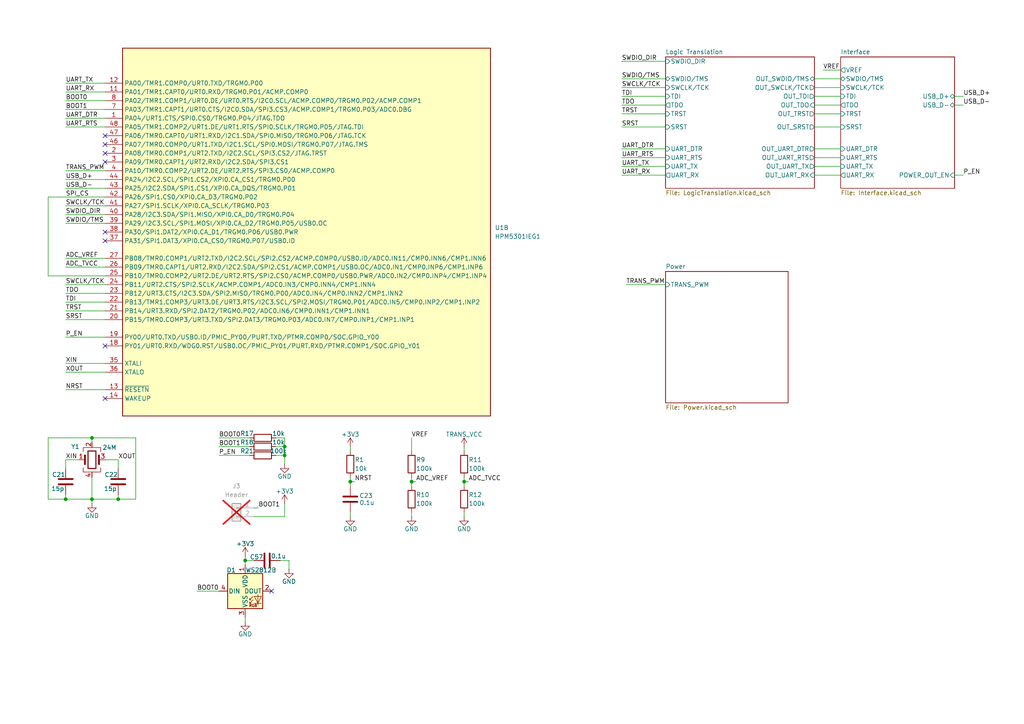
<source format=kicad_sch>
(kicad_sch (version 20231120) (generator "eeschema") (generator_version "8.0")
  (paper "A4")
  (lib_symbols
    (symbol "Connector_Generic:Conn_01x02" (pin_names (offset 1.016) hide)
      (property "Reference" "J" (at 0 2.54 0))
      (property "Value" "Conn_01x02" (at 0 -5.08 0))
      (symbol "Conn_01x02_1_1"
        (rectangle (start -1.27 -2.413) (end 0 -2.667) (stroke (width 0.1524)))
        (rectangle (start -1.27 0.127) (end 0 -0.127) (stroke (width 0.1524)))
        (rectangle (start -1.27 1.27) (end 1.27 -3.81) (stroke (width 0.254)) (fill (type background)))
        (pin passive line (at -5.08 0 0) (length 3.81) (name "Pin_1") (number "1"))
        (pin passive line (at -5.08 -2.54 0) (length 3.81) (name "Pin_2") (number "2"))
      )
    )
    (symbol "Device:C" (pin_numbers hide) (pin_names (offset 0.254))
      (property "Reference" "C" (at 0.635 2.54 0))
      (property "Value" "C" (at 0.635 -2.54 0))
      (symbol "C_0_1"
        (polyline (pts (xy -2.032 -0.762) (xy 2.032 -0.762)) (stroke (width 0.508)))
        (polyline (pts (xy -2.032 0.762) (xy 2.032 0.762)) (stroke (width 0.508)))
      )
      (symbol "C_1_1"
        (pin passive line (at 0 3.81 270) (length 2.794) (name "~") (number "1"))
        (pin passive line (at 0 -3.81 90) (length 2.794) (name "~") (number "2"))
      )
    )
    (symbol "Device:Crystal_GND24" (pin_names (offset 1.016) hide)
      (property "Reference" "Y" (at 3.175 5.08 0))
      (property "Value" "Crystal_GND24" (at 3.175 3.175 0))
      (symbol "Crystal_GND24_0_1"
        (rectangle (start -1.143 2.54) (end 1.143 -2.54) (stroke (width 0.3048)))
        (polyline (pts (xy -2.54 0) (xy -2.032 0)))
        (polyline (pts (xy -2.032 -1.27) (xy -2.032 1.27)) (stroke (width 0.508)))
        (polyline (pts (xy 0 -3.81) (xy 0 -3.556)))
        (polyline (pts (xy 0 3.556) (xy 0 3.81)))
        (polyline (pts (xy 2.032 -1.27) (xy 2.032 1.27)) (stroke (width 0.508)))
        (polyline (pts (xy 2.032 0) (xy 2.54 0)))
        (polyline (pts (xy -2.54 -2.286) (xy -2.54 -3.556) (xy 2.54 -3.556) (xy 2.54 -2.286)))
        (polyline (pts (xy -2.54 2.286) (xy -2.54 3.556) (xy 2.54 3.556) (xy 2.54 2.286)))
      )
      (symbol "Crystal_GND24_1_1"
        (pin passive line (at -3.81 0 0) (length 1.27) (name "1") (number "1"))
        (pin passive line (at 0 5.08 270) (length 1.27) (name "2") (number "2"))
        (pin passive line (at 3.81 0 180) (length 1.27) (name "3") (number "3"))
        (pin passive line (at 0 -5.08 90) (length 1.27) (name "4") (number "4"))
      )
    )
    (symbol "Device:R" (pin_numbers hide) (pin_names (offset 0))
      (property "Reference" "R" (at 2.032 0 90))
      (property "Value" "R" (at 0 0 90))
      (symbol "R_0_1"
        (rectangle (start -1.016 -2.54) (end 1.016 2.54) (stroke (width 0.254)))
      )
      (symbol "R_1_1"
        (pin passive line (at 0 3.81 270) (length 1.27) (name "~") (number "1"))
        (pin passive line (at 0 -3.81 90) (length 1.27) (name "~") (number "2"))
      )
    )
    (symbol "HPM5300_Library:HPM5301IEG1"
      (property "Reference" "U" (at -39.624 54.356 0))
      (property "Value" "HPM5301IEG1" (at -25.654 54.356 0))
      (symbol "HPM5301IEG1_1_0"
        (pin power_in line (at 22.86 -17.78 180) (length 5.08) (name "VSS") (number "49"))
      )
      (symbol "HPM5301IEG1_1_1"
        (rectangle (start -17.78 22.86) (end 17.78 -22.86) (stroke (width 0.254)) (fill (type background)))
        (rectangle (start -16.51 8.89) (end -8.89 6.35))
        (rectangle (start -7.62 3.81) (end 0 1.27))
        (rectangle (start -7.62 13.97) (end -2.54 11.43))
        (rectangle (start -7.62 19.05) (end -2.54 16.51))
        (polyline (pts (xy -7.62 12.7) (xy -8.255 12.065)))
        (polyline (pts (xy -7.62 12.7) (xy -8.255 13.335)))
        (polyline (pts (xy -7.62 17.78) (xy -8.255 17.145)))
        (polyline (pts (xy -7.62 17.78) (xy -8.255 18.415)))
        (polyline (pts (xy -2.54 17.78) (xy 4.445 17.78)))
        (polyline (pts (xy 4.445 12.7) (xy -2.54 12.7)))
        (polyline (pts (xy 4.445 12.7) (xy 3.81 12.065)))
        (polyline (pts (xy 4.445 12.7) (xy 3.81 13.335)))
        (polyline (pts (xy 4.445 17.78) (xy 3.81 17.145)))
        (polyline (pts (xy 4.445 17.78) (xy 3.81 18.415)))
        (polyline (pts (xy -7.62 17.78) (xy -11.43 17.78) (xy -11.43 12.7) (xy -7.62 12.7)))
        (polyline (pts (xy -8.89 7.62) (xy -3.175 7.62) (xy -3.175 3.81) (xy -3.81 4.445) (xy -3.175 3.81) (xy -2.54 4.445)))
        (polyline (pts (xy -3.175 1.27) (xy -3.175 -2.54) (xy -8.89 -2.54) (xy -8.255 -1.905) (xy -8.89 -2.54) (xy -8.255 -3.175)))
        (text "DCDC" (at -3.81 2.54 0) (effects (font (size 1.27 1.27))))
        (text "Internal" (at -12.7 7.62 0) (effects (font (size 1.27 1.27))))
        (text "LDO" (at -5.08 12.7 0) (effects (font (size 1.27 1.27))))
        (text "LDO" (at -5.08 17.78 0) (effects (font (size 1.27 1.27))))
        (pin power_out line (at 22.86 12.7 180) (length 5.08) (name "VDD_OTPCAP") (number "10"))
        (pin power_in line (at -22.86 -2.54 0) (length 5.08) (name "DCDC_LP") (number "15"))
        (pin power_in line (at -22.86 15.24 0) (length 5.08) (name "VPMC") (number "16"))
        (pin power_out line (at 22.86 17.78 180) (length 5.08) (name "VDD_PMCCAP") (number "17"))
        (pin power_in line (at 22.86 2.54 180) (length 5.08) (name "VDD_SOC") (number "28"))
        (pin power_in line (at 22.86 -12.7 180) (length 5.08) (name "VIO_B01") (number "29"))
        (pin power_in line (at -22.86 -17.78 0) (length 5.08) (name "VREFL") (number "30"))
        (pin power_in line (at -22.86 -15.24 0) (length 5.08) (name "VREFH") (number "31"))
        (pin power_in line (at -22.86 -12.7 0) (length 5.08) (name "VANA") (number "32"))
        (pin power_in line (at 22.86 0 180) (length 5.08) (name "VDD_SOC") (number "33"))
        (pin power_in line (at 22.86 -10.16 180) (length 5.08) (name "VIO_B00") (number "34"))
        (pin power_in line (at 22.86 -2.54 180) (length 5.08) (name "VDD_SOC") (number "45"))
        (pin power_in line (at 22.86 7.62 180) (length 5.08) (name "VDD_SOC") (number "5"))
        (pin power_in line (at 22.86 -7.62 180) (length 5.08) (name "VIO_B00") (number "6"))
        (pin power_in line (at 22.86 5.08 180) (length 5.08) (name "VDD_SOC") (number "9"))
      )
      (symbol "HPM5301IEG1_2_1"
        (rectangle (start -53.34 53.34) (end 53.34 -53.34) (stroke (width 0.254)) (fill (type background)))
        (pin bidirectional line (at -58.42 33.02 0) (length 5.08) (name "PA04/URT1.CTS/SPI0.CS0/TRGM0.P04/JTAG.TDO") (number "1"))
        (pin bidirectional line (at -58.42 40.64 0) (length 5.08) (name "PA01/TMR1.CAPT0/URT0.RXD/TRGM0.P01/ACMP.COMP0") (number "11"))
        (pin bidirectional line (at -58.42 43.18 0) (length 5.08) (name "PA00/TMR1.COMP0/URT0.TXD/TRGM0.P00") (number "12"))
        (pin input line (at -58.42 -45.72 0) (length 5.08) (name "~{RESETN}") (number "13"))
        (pin input line (at -58.42 -48.26 0) (length 5.08) (name "WAKEUP") (number "14"))
        (pin bidirectional line (at -58.42 -33.02 0) (length 5.08) (name "PY01/URT0.RXD/WDG0.RST/USB0.OC/PMIC_PY01/PURT.RXD/PTMR.COMP1/SOC.GPIO_Y01") (number "18"))
        (pin bidirectional line (at -58.42 -30.48 0) (length 5.08) (name "PY00/URT0.TXD/USB0.ID/PMIC_PY00/PURT.TXD/PTMR.COMP0/SOC.GPIO_Y00") (number "19"))
        (pin bidirectional line (at -58.42 22.86 0) (length 5.08) (name "PA08/TMR0.COMP1/URT2.TXD/I2C2.SCL/SPI3.CS2/JTAG.TRST") (number "2"))
        (pin bidirectional line (at -58.42 -25.4 0) (length 5.08) (name "PB15/TMR0.COMP3/URT3.TXD/SPI2.DAT3/TRGM0.P03/ADC0.IN7/CMP0.INP1/CMP1.INP1") (number "20"))
        (pin bidirectional line (at -58.42 -22.86 0) (length 5.08) (name "PB14/URT3.RXD/SPI2.DAT2/TRGM0.P02/ADC0.IN6/CMP0.INN1/CMP1.INN1") (number "21"))
        (pin bidirectional line (at -58.42 -20.32 0) (length 5.08) (name "PB13/TMR1.COMP3/URT3.DE/URT3.RTS/I2C3.SCL/SPI2.MOSI/TRGM0.P01/ADC0.IN5/CMP0.INP2/CMP1.INP2") (number "22"))
        (pin bidirectional line (at -58.42 -17.78 0) (length 5.08) (name "PB12/URT3.CTS/I2C3.SDA/SPI2.MISO/TRGM0.P00/ADC0.IN4/CMP0.INN2/CMP1.INN2") (number "23"))
        (pin bidirectional line (at -58.42 -15.24 0) (length 5.08) (name "PB11/URT2.CTS/SPI2.SCLK/ACMP.COMP1/ADC0.IN3/CMP0.INN4/CMP1.INN4") (number "24"))
        (pin bidirectional line (at -58.42 -12.7 0) (length 5.08) (name "PB10/TMR0.COMP2/URT2.DE/URT2.RTS/SPI2.CS0/ACMP.COMP0/USB0.PWR/ADC0.IN2/CMP0.INP4/CMP1.INP4") (number "25"))
        (pin bidirectional line (at -58.42 -10.16 0) (length 5.08) (name "PB09/TMR0.CAPT1/URT2.RXD/I2C2.SDA/SPI2.CS1/ACMP.COMP1/USB0.OC/ADC0.IN1/CMP0.INP6/CMP1.INP6") (number "26"))
        (pin bidirectional line (at -58.42 -7.62 0) (length 5.08) (name "PB08/TMR0.COMP1/URT2.TXD/I2C2.SCL/SPI2.CS2/ACMP.COMP0/USB0.ID/ADC0.IN11/CMP0.INN6/CMP1.INN6") (number "27"))
        (pin bidirectional line (at -58.42 20.32 0) (length 5.08) (name "PA09/TMR0.CAPT1/URT2.RXD/I2C2.SDA/SPI3.CS1") (number "3"))
        (pin input line (at -58.42 -38.1 0) (length 5.08) (name "XTALI") (number "35"))
        (pin output line (at -58.42 -40.64 0) (length 5.08) (name "XTALO") (number "36"))
        (pin bidirectional line (at -58.42 -2.54 0) (length 5.08) (name "PA31/SPI1.DAT3/XPI0.CA_CS0/TRGM0.P07/USB0.ID") (number "37"))
        (pin bidirectional line (at -58.42 0 0) (length 5.08) (name "PA30/SPI1.DAT2/XPI0.CA_D1/TRGM0.P06/USB0.PWR") (number "38"))
        (pin bidirectional line (at -58.42 2.54 0) (length 5.08) (name "PA29/I2C3.SCL/SPI1.MOSI/XPI0.CA_D2/TRGM0.P05/USB0.OC") (number "39"))
        (pin bidirectional line (at -58.42 17.78 0) (length 5.08) (name "PA10/TMR0.COMP2/URT2.DE/URT2.RTS/SPI3.CS0/ACMP.COMP0") (number "4"))
        (pin bidirectional line (at -58.42 5.08 0) (length 5.08) (name "PA28/I2C3.SDA/SPI1.MISO/XPI0.CA_D0/TRGM0.P04") (number "40"))
        (pin bidirectional line (at -58.42 7.62 0) (length 5.08) (name "PA27/SPI1.SCLK/XPI0.CA_SCLK/TRGM0.P03") (number "41"))
        (pin bidirectional line (at -58.42 10.16 0) (length 5.08) (name "PA26/SPI1.CS0/XPI0.CA_D3/TRGM0.P02") (number "42"))
        (pin bidirectional line (at -58.42 12.7 0) (length 5.08) (name "PA25/I2C2.SDA/SPI1.CS1/XPI0.CA_DQS/TRGM0.P01") (number "43"))
        (pin bidirectional line (at -58.42 15.24 0) (length 5.08) (name "PA24/I2C2.SCL/SPI1.CS2/XPI0.CA_CS1/TRGM0.P00") (number "44"))
        (pin bidirectional line (at -58.42 25.4 0) (length 5.08) (name "PA07/TMR0.COMP0/URT1.TXD/I2C1.SCL/SPI0.MOSI/TRGM0.P07/JTAG.TMS") (number "46"))
        (pin bidirectional line (at -58.42 27.94 0) (length 5.08) (name "PA06/TMR0.CAPT0/URT1.RXD/I2C1.SDA/SPI0.MISO/TRGM0.P06/JTAG.TCK") (number "47"))
        (pin bidirectional line (at -58.42 30.48 0) (length 5.08) (name "PA05/TMR1.COMP2/URT1.DE/URT1.RTS/SPI0.SCLK/TRGM0.P05/JTAG.TDI") (number "48"))
        (pin bidirectional line (at -58.42 35.56 0) (length 5.08) (name "PA03/TMR1.CAPT1/URT0.CTS/I2C0.SDA/SPI3.CS3/ACMP.COMP1/TRGM0.P03/ADC0.DBG") (number "7"))
        (pin bidirectional line (at -58.42 38.1 0) (length 5.08) (name "PA02/TMR1.COMP1/URT0.DE/URT0.RTS/I2C0.SCL/ACMP.COMP0/TRGM0.P02/ACMP.COMP1") (number "8"))
      )
    )
    (symbol "LED:WS2812B" (pin_names (offset 0.254))
      (property "Reference" "D" (at 5.08 5.715 0))
      (property "Value" "WS2812B" (at 1.27 -5.715 0))
      (symbol "WS2812B_0_0"
        (text "RGB" (at 2.286 -4.191 0) (effects (font (size 0.762 0.762))))
      )
      (symbol "WS2812B_0_1"
        (polyline (pts (xy 1.27 -3.556) (xy 1.778 -3.556)))
        (polyline (pts (xy 1.27 -2.54) (xy 1.778 -2.54)))
        (polyline (pts (xy 4.699 -3.556) (xy 2.667 -3.556)))
        (polyline (pts (xy 2.286 -2.54) (xy 1.27 -3.556) (xy 1.27 -3.048)))
        (polyline (pts (xy 2.286 -1.524) (xy 1.27 -2.54) (xy 1.27 -2.032)))
        (polyline (pts (xy 3.683 -1.016) (xy 3.683 -3.556) (xy 3.683 -4.064)))
        (polyline (pts (xy 4.699 -1.524) (xy 2.667 -1.524) (xy 3.683 -3.556) (xy 4.699 -1.524)))
        (rectangle (start 5.08 5.08) (end -5.08 -5.08) (stroke (width 0.254)) (fill (type background)))
      )
      (symbol "WS2812B_1_1"
        (pin power_in line (at 0 7.62 270) (length 2.54) (name "VDD") (number "1"))
        (pin output line (at 7.62 0 180) (length 2.54) (name "DOUT") (number "2"))
        (pin power_in line (at 0 -7.62 90) (length 2.54) (name "VSS") (number "3"))
        (pin input line (at -7.62 0 0) (length 2.54) (name "DIN") (number "4"))
      )
    )
    (symbol "power:+3V3" (power) (pin_numbers hide) (pin_names (offset 0) hide)
      (property "Value" "+3V3" (at 0 3.556 0))
      (symbol "+3V3_0_1"
        (polyline (pts (xy -0.762 1.27) (xy 0 2.54)))
        (polyline (pts (xy 0 0) (xy 0 2.54)))
        (polyline (pts (xy 0 2.54) (xy 0.762 1.27)))
      )
      (symbol "+3V3_1_1"
        (pin power_in line (at 0 0 90) (length 0) (name "~") (number "1"))
      )
    )
    (symbol "power:GND" (power) (pin_numbers hide) (pin_names (offset 0) hide)
      (property "Value" "GND" (at 0 -3.81 0))
      (symbol "GND_0_1"
        (polyline (pts (xy 0 0) (xy 0 -1.27) (xy 1.27 -1.27) (xy 0 -2.54) (xy -1.27 -1.27) (xy 0 -1.27)))
      )
      (symbol "GND_1_1"
        (pin power_in line (at 0 0 270) (length 0) (name "~") (number "1"))
      )
    )
    (symbol "power:VCC" (power) (pin_numbers hide) (pin_names (offset 0) hide)
      (property "Value" "VCC" (at 0 3.556 0))
      (symbol "VCC_0_1"
        (polyline (pts (xy -0.762 1.27) (xy 0 2.54)))
        (polyline (pts (xy 0 0) (xy 0 2.54)))
        (polyline (pts (xy 0 2.54) (xy 0.762 1.27)))
      )
      (symbol "VCC_1_1"
        (pin power_in line (at 0 0 90) (length 0) (name "~") (number "1"))
      )
    )
  )
  (junction (at 26.67 144.78))
  (junction (at 82.55 129.54))
  (junction (at 26.67 127))
  (junction (at 19.05 144.78))
  (junction (at 101.6 139.7))
  (junction (at 34.29 144.78))
  (junction (at 119.38 139.7))
  (junction (at 82.55 132.08))
  (junction (at 71.12 162.56))
  (junction (at 134.62 139.7))
  (no_connect (at 30.48 69.85))
  (no_connect (at 30.48 44.45))
  (no_connect (at 30.48 41.91))
  (no_connect (at 30.48 46.99))
  (no_connect (at 78.74 171.45))
  (no_connect (at 30.48 100.33))
  (no_connect (at 30.48 115.57))
  (no_connect (at 30.48 39.37))
  (no_connect (at 30.48 67.31))
  (wire (pts (xy 236.22 48.26) (xy 243.84 48.26)))
  (wire (pts (xy 236.22 43.18) (xy 243.84 43.18)))
  (wire (pts (xy 19.05 133.35) (xy 22.86 133.35)))
  (wire (pts (xy 134.62 139.7) (xy 135.89 139.7)))
  (wire (pts (xy 276.86 27.94) (xy 279.4 27.94)))
  (wire (pts (xy 13.97 144.78) (xy 19.05 144.78)))
  (wire (pts (xy 276.86 50.8) (xy 279.4 50.8)))
  (wire (pts (xy 82.55 127) (xy 82.55 129.54)))
  (wire (pts (xy 82.55 132.08) (xy 82.55 134.62)))
  (wire (pts (xy 19.05 144.78) (xy 26.67 144.78)))
  (wire (pts (xy 19.05 144.78) (xy 19.05 143.51)))
  (wire (pts (xy 238.76 20.32) (xy 243.84 20.32)))
  (wire (pts (xy 39.37 127) (xy 39.37 144.78)))
  (wire (pts (xy 101.6 138.43) (xy 101.6 139.7)))
  (wire (pts (xy 80.01 129.54) (xy 82.55 129.54)))
  (wire (pts (xy 19.05 105.41) (xy 30.48 105.41)))
  (wire (pts (xy 101.6 139.7) (xy 101.6 140.97)))
  (wire (pts (xy 19.05 62.23) (xy 30.48 62.23)))
  (wire (pts (xy 134.62 148.59) (xy 134.62 149.86)))
  (wire (pts (xy 180.34 27.94) (xy 193.04 27.94)))
  (wire (pts (xy 19.05 31.75) (xy 30.48 31.75)))
  (wire (pts (xy 71.12 161.29) (xy 71.12 162.56)))
  (wire (pts (xy 101.6 139.7) (xy 102.87 139.7)))
  (wire (pts (xy 19.05 90.17) (xy 30.48 90.17)))
  (wire (pts (xy 101.6 148.59) (xy 101.6 149.86)))
  (wire (pts (xy 81.28 162.56) (xy 83.82 162.56)))
  (wire (pts (xy 119.38 127) (xy 119.38 130.81)))
  (wire (pts (xy 180.34 30.48) (xy 193.04 30.48)))
  (wire (pts (xy 19.05 87.63) (xy 30.48 87.63)))
  (wire (pts (xy 19.05 52.07) (xy 30.48 52.07)))
  (wire (pts (xy 101.6 129.54) (xy 101.6 130.81)))
  (wire (pts (xy 236.22 25.4) (xy 243.84 25.4)))
  (wire (pts (xy 180.34 22.86) (xy 193.04 22.86)))
  (wire (pts (xy 19.05 107.95) (xy 30.48 107.95)))
  (wire (pts (xy 19.05 34.29) (xy 30.48 34.29)))
  (wire (pts (xy 19.05 36.83) (xy 30.48 36.83)))
  (wire (pts (xy 26.67 138.43) (xy 26.67 144.78)))
  (wire (pts (xy 180.34 36.83) (xy 193.04 36.83)))
  (wire (pts (xy 19.05 24.13) (xy 30.48 24.13)))
  (wire (pts (xy 26.67 144.78) (xy 34.29 144.78)))
  (wire (pts (xy 119.38 148.59) (xy 119.38 149.86)))
  (wire (pts (xy 82.55 129.54) (xy 82.55 132.08)))
  (wire (pts (xy 34.29 144.78) (xy 34.29 143.51)))
  (wire (pts (xy 181.61 82.55) (xy 193.04 82.55)))
  (wire (pts (xy 236.22 30.48) (xy 243.84 30.48)))
  (wire (pts (xy 19.05 74.93) (xy 30.48 74.93)))
  (wire (pts (xy 19.05 82.55) (xy 30.48 82.55)))
  (wire (pts (xy 119.38 138.43) (xy 119.38 139.7)))
  (wire (pts (xy 73.66 147.32) (xy 74.93 147.32)))
  (wire (pts (xy 134.62 129.54) (xy 134.62 130.81)))
  (wire (pts (xy 26.67 128.27) (xy 26.67 127)))
  (wire (pts (xy 276.86 30.48) (xy 279.4 30.48)))
  (wire (pts (xy 83.82 162.56) (xy 83.82 165.1)))
  (wire (pts (xy 180.34 43.18) (xy 193.04 43.18)))
  (wire (pts (xy 71.12 162.56) (xy 73.66 162.56)))
  (wire (pts (xy 80.01 127) (xy 82.55 127)))
  (wire (pts (xy 180.34 48.26) (xy 193.04 48.26)))
  (wire (pts (xy 119.38 139.7) (xy 119.38 140.97)))
  (wire (pts (xy 63.5 132.08) (xy 72.39 132.08)))
  (wire (pts (xy 57.15 171.45) (xy 63.5 171.45)))
  (wire (pts (xy 236.22 22.86) (xy 243.84 22.86)))
  (wire (pts (xy 19.05 26.67) (xy 30.48 26.67)))
  (wire (pts (xy 134.62 138.43) (xy 134.62 139.7)))
  (wire (pts (xy 82.55 146.05) (xy 82.55 149.86)))
  (wire (pts (xy 30.48 133.35) (xy 34.29 133.35)))
  (wire (pts (xy 180.34 33.02) (xy 193.04 33.02)))
  (wire (pts (xy 19.05 92.71) (xy 30.48 92.71)))
  (wire (pts (xy 236.22 45.72) (xy 243.84 45.72)))
  (wire (pts (xy 71.12 162.56) (xy 71.12 163.83)))
  (wire (pts (xy 19.05 29.21) (xy 30.48 29.21)))
  (wire (pts (xy 19.05 113.03) (xy 30.48 113.03)))
  (wire (pts (xy 19.05 64.77) (xy 30.48 64.77)))
  (wire (pts (xy 13.97 57.15) (xy 30.48 57.15)))
  (wire (pts (xy 19.05 85.09) (xy 30.48 85.09)))
  (wire (pts (xy 236.22 50.8) (xy 243.84 50.8)))
  (wire (pts (xy 73.66 149.86) (xy 82.55 149.86)))
  (wire (pts (xy 19.05 49.53) (xy 30.48 49.53)))
  (wire (pts (xy 236.22 27.94) (xy 243.84 27.94)))
  (wire (pts (xy 134.62 139.7) (xy 134.62 140.97)))
  (wire (pts (xy 63.5 127) (xy 72.39 127)))
  (wire (pts (xy 236.22 36.83) (xy 243.84 36.83)))
  (wire (pts (xy 71.12 179.07) (xy 71.12 180.34)))
  (wire (pts (xy 13.97 80.01) (xy 30.48 80.01)))
  (wire (pts (xy 19.05 77.47) (xy 30.48 77.47)))
  (wire (pts (xy 34.29 133.35) (xy 34.29 135.89)))
  (wire (pts (xy 63.5 129.54) (xy 72.39 129.54)))
  (wire (pts (xy 19.05 54.61) (xy 30.48 54.61)))
  (wire (pts (xy 26.67 144.78) (xy 26.67 146.05)))
  (wire (pts (xy 19.05 133.35) (xy 19.05 135.89)))
  (wire (pts (xy 13.97 57.15) (xy 13.97 80.01)))
  (wire (pts (xy 180.34 17.78) (xy 193.04 17.78)))
  (wire (pts (xy 39.37 144.78) (xy 34.29 144.78)))
  (wire (pts (xy 180.34 45.72) (xy 193.04 45.72)))
  (wire (pts (xy 236.22 33.02) (xy 243.84 33.02)))
  (wire (pts (xy 80.01 132.08) (xy 82.55 132.08)))
  (wire (pts (xy 180.34 50.8) (xy 193.04 50.8)))
  (wire (pts (xy 119.38 139.7) (xy 120.65 139.7)))
  (wire (pts (xy 19.05 59.69) (xy 30.48 59.69)))
  (wire (pts (xy 26.67 127) (xy 13.97 127)))
  (wire (pts (xy 26.67 127) (xy 39.37 127)))
  (wire (pts (xy 180.34 25.4) (xy 193.04 25.4)))
  (wire (pts (xy 19.05 97.79) (xy 30.48 97.79)))
  (wire (pts (xy 13.97 127) (xy 13.97 144.78)))
  (label "P_EN" (at 19.05 97.79 0))
  (label "XOUT" (at 34.29 133.35 0))
  (label "UART_DTR" (at 19.05 34.29 0))
  (label "UART_DTR" (at 180.34 43.18 0))
  (label "UART_TX" (at 19.05 24.13 0))
  (label "SWCLK{slash}TCK" (at 180.34 25.4 0))
  (label "BOOT0" (at 57.15 171.45 0))
  (label "UART_RTS" (at 180.34 45.72 0))
  (label "SWDIO/TMS" (at 180.34 22.86 0))
  (label "TRANS_PWM" (at 19.05 49.53 0))
  (label "P_EN" (at 63.5 132.08 0))
  (label "XIN" (at 19.05 133.35 0))
  (label "P_EN" (at 279.4 50.8 0))
  (label "UART_TX" (at 180.34 48.26 0))
  (label "NRST" (at 19.05 113.03 0))
  (label "USB_D+" (at 19.05 52.07 0))
  (label "XOUT" (at 19.05 107.95 0))
  (label "NRST" (at 102.87 139.7 0))
  (label "SWDIO_DIR" (at 180.34 17.78 0))
  (label "BOOT0" (at 19.05 29.21 0))
  (label "BOOT1" (at 74.93 147.32 0))
  (label "BOOT1" (at 63.5 129.54 0))
  (label "XIN" (at 19.05 105.41 0))
  (label "TDI" (at 19.05 87.63 0))
  (label "USB_D-" (at 279.4 30.48 0))
  (label "SWCLK{slash}TCK" (at 19.05 82.55 0))
  (label "BOOT0" (at 63.5 127 0))
  (label "VREF" (at 119.38 127 0))
  (label "TRST" (at 180.34 33.02 0))
  (label "ADC_VREF" (at 120.65 139.7 0))
  (label "SRST" (at 180.34 36.83 0))
  (label "TDO" (at 19.05 85.09 0))
  (label "SRST" (at 19.05 92.71 0))
  (label "SWDIO_DIR" (at 19.05 62.23 0))
  (label "TDO" (at 180.34 30.48 0))
  (label "SWCLK{slash}TCK" (at 19.05 59.69 0))
  (label "UART_RX" (at 19.05 26.67 0))
  (label "TDI" (at 180.34 27.94 0))
  (label "USB_D+" (at 279.4 27.94 0))
  (label "TRST" (at 19.05 90.17 0))
  (label "VREF" (at 238.76 20.32 0))
  (label "TRANS_PWM" (at 181.61 82.55 0))
  (label "UART_RX" (at 180.34 50.8 0))
  (label "BOOT1" (at 19.05 31.75 0))
  (label "ADC_VREF" (at 19.05 74.93 0))
  (label "UART_RTS" (at 19.05 36.83 0))
  (label "ADC_TVCC" (at 135.89 139.7 0))
  (label "SWDIO/TMS" (at 19.05 64.77 0))
  (label "ADC_TVCC" (at 19.05 77.47 0))
  (label "SPI_CS" (at 19.05 57.15 0))
  (label "USB_D-" (at 19.05 54.61 0))
  (symbol (lib_id "power:GND") (at 134.62 149.86 0) (unit 1)
    (property "Reference" "#PWR095" (effects (hide yes)))
    (property "Value" "GND" (at 134.62 153.416 0))
    (property "Description" "Power symbol creates a global label with name \"GND\" , ground" (effects (hide yes)))
  )
  (symbol (lib_id "power:GND") (at 82.55 134.62 0) (unit 1)
    (property "Reference" "#PWR0107" (effects (hide yes)))
    (property "Value" "GND" (at 82.55 138.176 0))
    (property "Description" "Power symbol creates a global label with name \"GND\" , ground" (effects (hide yes)))
  )
  (symbol (lib_id "power:GND") (at 26.67 146.05 0) (unit 1)
    (property "Reference" "#PWR011" (effects (hide yes)))
    (property "Value" "GND" (at 26.67 149.606 0))
    (property "Description" "Power symbol creates a global label with name \"GND\" , ground" (effects (hide yes)))
  )
  (symbol (lib_id "LED:WS2812B") (at 71.12 171.45 0) (unit 1)
    (property "Reference" "D1" (at 67.056 165.354 0))
    (property "Value" "WS2812B" (at 75.692 165.354 0))
    (property "Footprint" "MyLED:LED_WS2812_0807" (effects (hide yes)))
    (property "Datasheet" "https://cdn-shop.adafruit.com/datasheets/WS2812B.pdf" (effects (hide yes)))
    (property "Description" "RGB LED with integrated controller" (effects (hide yes)))
  )
  (symbol (lib_id "power:GND") (at 119.38 149.86 0) (unit 1)
    (property "Reference" "#PWR093" (effects (hide yes)))
    (property "Value" "GND" (at 119.38 153.416 0))
    (property "Description" "Power symbol creates a global label with name \"GND\" , ground" (effects (hide yes)))
  )
  (symbol (lib_id "Device:C") (at 19.05 139.7 0) (unit 1)
    (property "Reference" "C21" (at 17.018 137.668 0))
    (property "Value" "15p" (at 16.764 141.732 0))
    (property "Footprint" "Capacitor_SMD:C_0402_1005Metric" (effects (hide yes)))
    (property "Description" "Unpolarized capacitor" (effects (hide yes)))
  )
  (symbol (lib_id "Device:R") (at 119.38 134.62 0) (unit 1)
    (property "Reference" "R9" (at 120.65 133.35 0) (effects (justify left)))
    (property "Value" "100k" (at 120.65 135.89 0) (effects (justify left)))
    (property "Footprint" "Resistor_SMD:R_0402_1005Metric" (effects (hide yes)))
    (property "Description" "Resistor" (effects (hide yes)))
  )
  (symbol (lib_id "Device:R") (at 76.2 129.54 90) (unit 1)
    (property "Reference" "R18" (at 71.628 128.27 90))
    (property "Value" "10k" (at 80.772 128.27 90))
    (property "Footprint" "Resistor_SMD:R_0402_1005Metric" (effects (hide yes)))
    (property "Description" "Resistor" (effects (hide yes)))
  )
  (symbol (lib_id "power:GND") (at 71.12 180.34 0) (unit 1)
    (property "Reference" "#PWR0111" (effects (hide yes)))
    (property "Value" "GND" (at 71.12 183.896 0))
    (property "Description" "Power symbol creates a global label with name \"GND\" , ground" (effects (hide yes)))
  )
  (symbol (lib_id "Device:C") (at 101.6 144.78 0) (unit 1)
    (property "Reference" "C23" (at 106.172 143.764 0))
    (property "Value" "0.1u" (at 106.426 145.796 0))
    (property "Footprint" "Capacitor_SMD:C_0402_1005Metric" (effects (hide yes)))
    (property "Description" "Unpolarized capacitor" (effects (hide yes)))
  )
  (symbol (lib_id "Device:R") (at 76.2 127 90) (unit 1)
    (property "Reference" "R17" (at 71.628 125.73 90))
    (property "Value" "10k" (at 80.772 125.73 90))
    (property "Footprint" "Resistor_SMD:R_0402_1005Metric" (effects (hide yes)))
    (property "Description" "Resistor" (effects (hide yes)))
  )
  (symbol (lib_id "Device:C") (at 34.29 139.7 0) (unit 1)
    (property "Reference" "C22" (at 32.258 137.668 0))
    (property "Value" "15p" (at 32.004 141.732 0))
    (property "Footprint" "Capacitor_SMD:C_0402_1005Metric" (effects (hide yes)))
    (property "Description" "Unpolarized capacitor" (effects (hide yes)))
  )
  (symbol (lib_id "Device:R") (at 134.62 134.62 0) (unit 1)
    (property "Reference" "R11" (at 135.89 133.35 0) (effects (justify left)))
    (property "Value" "100k" (at 135.89 135.89 0) (effects (justify left)))
    (property "Footprint" "Resistor_SMD:R_0402_1005Metric" (effects (hide yes)))
    (property "Description" "Resistor" (effects (hide yes)))
  )
  (symbol (lib_id "power:+3V3") (at 82.55 146.05 0) (unit 1)
    (property "Reference" "#PWR0108" (effects (hide yes)))
    (property "Value" "+3V3" (at 82.55 142.494 0))
    (property "Description" "Power symbol creates a global label with name \"+3V3\"" (effects (hide yes)))
  )
  (symbol (lib_id "power:GND") (at 101.6 149.86 0) (unit 1)
    (property "Reference" "#PWR017" (effects (hide yes)))
    (property "Value" "GND" (at 101.6 153.416 0))
    (property "Description" "Power symbol creates a global label with name \"GND\" , ground" (effects (hide yes)))
  )
  (symbol (lib_id "Device:R") (at 134.62 144.78 0) (unit 1)
    (property "Reference" "R12" (at 135.89 143.51 0) (effects (justify left)))
    (property "Value" "100k" (at 135.89 146.05 0) (effects (justify left)))
    (property "Footprint" "Resistor_SMD:R_0402_1005Metric" (effects (hide yes)))
    (property "Description" "Resistor" (effects (hide yes)))
  )
  (symbol (lib_id "Device:Crystal_GND24") (at 26.67 133.35 0) (unit 1)
    (property "Reference" "Y1" (at 21.844 129.54 0))
    (property "Value" "24M" (at 31.75 129.794 0))
    (property "Footprint" "Crystal:Crystal_SMD_2016-4Pin_2.0x1.6mm" (effects (hide yes)))
    (property "Description" "Four pin crystal, GND on pins 2 and 4" (effects (hide yes)))
  )
  (symbol (lib_id "power:GND") (at 83.82 165.1 0) (unit 1)
    (property "Reference" "#PWR0110" (effects (hide yes)))
    (property "Value" "GND" (at 83.82 168.656 0))
    (property "Description" "Power symbol creates a global label with name \"GND\" , ground" (effects (hide yes)))
  )
  (symbol (lib_id "Device:C") (at 77.47 162.56 90) (unit 1)
    (property "Reference" "C57" (at 74.422 161.544 90))
    (property "Value" "0.1u" (at 80.772 161.29 90))
    (property "Footprint" "Capacitor_SMD:C_0402_1005Metric" (effects (hide yes)))
    (property "Description" "Unpolarized capacitor" (effects (hide yes)))
  )
  (symbol (lib_id "power:+3V3") (at 101.6 129.54 0) (unit 1)
    (property "Reference" "#PWR016" (effects (hide yes)))
    (property "Value" "+3V3" (at 101.6 125.984 0))
    (property "Description" "Power symbol creates a global label with name \"+3V3\"" (effects (hide yes)))
  )
  (symbol (lib_id "Device:R") (at 76.2 132.08 90) (unit 1)
    (property "Reference" "R21" (at 71.628 130.81 90))
    (property "Value" "100k" (at 80.772 130.81 90))
    (property "Footprint" "Resistor_SMD:R_0402_1005Metric" (effects (hide yes)))
    (property "Description" "Resistor" (effects (hide yes)))
  )
  (symbol (lib_id "Connector_Generic:Conn_01x02") (at 68.58 147.32 0) (mirror y) (unit 1) (exclude_from_sim yes) (in_bom no) (dnp yes)
    (property "Reference" "J3" (at 68.58 140.97 0))
    (property "Value" "Header" (at 68.58 143.51 0))
    (property "Footprint" "Connector_PinHeader_1.27mm:PinHeader_1x02_P1.27mm_Vertical" (effects (hide yes)))
    (property "Description" "Generic connector, single row, 01x02, script generated (kicad-library-utils/schlib/autogen/connector/)" (effects (hide yes)))
  )
  (symbol (lib_id "HPM5300_Library:HPM5301IEG1") (at 88.9 67.31 0) (unit 2)
    (property "Reference" "U1" (at 143.51 66.0399 0) (effects (justify left)))
    (property "Value" "HPM5301IEG1" (at 143.51 68.5799 0) (effects (justify left)))
    (property "Footprint" "Package_DFN_QFN:QFN-48-1EP_6x6mm_P0.4mm_EP4.2x4.2mm" (effects (hide yes)))
    (property "Datasheet" "http://www.hpmicro.com/down.aspx?DId=b9f427fc-7856-4897-8a2b-247d1845c1b1&LId=091cdc4f-0cbe-4040-87bc-79f1448ed356&SkipL=T" (effects (hide yes)))
    (property "Description" "Hpmicro High Performance Motion Control MCU, QFN48" (effects (hide yes)))
  )
  (symbol (lib_id "power:+3V3") (at 71.12 161.29 0) (unit 1)
    (property "Reference" "#PWR0109" (effects (hide yes)))
    (property "Value" "+3V3" (at 71.12 157.734 0))
    (property "Description" "Power symbol creates a global label with name \"+3V3\"" (effects (hide yes)))
  )
  (symbol (lib_id "Device:R") (at 101.6 134.62 0) (unit 1)
    (property "Reference" "R1" (at 102.87 133.35 0) (effects (justify left)))
    (property "Value" "10k" (at 102.87 135.89 0) (effects (justify left)))
    (property "Footprint" "Resistor_SMD:R_0402_1005Metric" (effects (hide yes)))
    (property "Description" "Resistor" (effects (hide yes)))
  )
  (symbol (lib_id "power:VCC") (at 134.62 129.54 0) (unit 1)
    (property "Reference" "#PWR094" (effects (hide yes)))
    (property "Value" "TRANS_VCC" (at 134.62 125.984 0))
    (property "Description" "Power symbol creates a global label with name \"VCC\"" (effects (hide yes)))
  )
  (symbol (lib_id "Device:R") (at 119.38 144.78 0) (unit 1)
    (property "Reference" "R10" (at 120.65 143.51 0) (effects (justify left)))
    (property "Value" "100k" (at 120.65 146.05 0) (effects (justify left)))
    (property "Footprint" "Resistor_SMD:R_0402_1005Metric" (effects (hide yes)))
    (property "Description" "Resistor" (effects (hide yes)))
  )
  (sheet (at 243.84 16.51) (size 33.02 38.1) (stroke (width 0.1524))
    (property "Sheetname" "Interface " (at 243.84 15.7984 0) (effects (justify left bottom)))
    (property "Sheetfile" "Interface.kicad_sch" (at 243.84 55.1946 0) (effects (justify left top)))
    (pin "USB_D+" bidirectional (at 276.86 27.94 0))
    (pin "USB_D-" bidirectional (at 276.86 30.48 0))
    (pin "VREF" output (at 243.84 20.32 180))
    (pin "TRST" input (at 243.84 33.02 180))
    (pin "TDI" input (at 243.84 27.94 180))
    (pin "UART_TX" input (at 243.84 48.26 180))
    (pin "UART_RX" output (at 243.84 50.8 180))
    (pin "UART_RTS" input (at 243.84 45.72 180))
    (pin "UART_DTR" input (at 243.84 43.18 180))
    (pin "SWDIO/TMS" bidirectional (at 243.84 22.86 180))
    (pin "SWCLK/TCK" input (at 243.84 25.4 180))
    (pin "TDO" output (at 243.84 30.48 180))
    (pin "SRST" input (at 243.84 36.83 180))
    (pin "POWER_OUT_EN" input (at 276.86 50.8 0))
  )
  (sheet (at 193.04 16.51) (size 43.18 38.1) (stroke (width 0.1524))
    (property "Sheetname" "Logic Translation" (at 193.04 15.7984 0) (effects (justify left bottom)))
    (property "Sheetfile" "LogicTranslation.kicad_sch" (at 193.04 55.1946 0) (effects (justify left top)))
    (pin "TRST" input (at 193.04 33.02 180))
    (pin "OUT_TRST" output (at 236.22 33.02 0))
    (pin "OUT_SRST" output (at 236.22 36.83 0))
    (pin "SRST" input (at 193.04 36.83 180))
    (pin "UART_TX" input (at 193.04 48.26 180))
    (pin "OUT_UART_TX" output (at 236.22 48.26 0))
    (pin "UART_RTS" input (at 193.04 45.72 180))
    (pin "OUT_UART_RTS" output (at 236.22 45.72 0))
    (pin "UART_RX" output (at 193.04 50.8 180))
    (pin "UART_DTR" input (at 193.04 43.18 180))
    (pin "OUT_UART_DTR" output (at 236.22 43.18 0))
    (pin "OUT_UART_RX" input (at 236.22 50.8 0))
    (pin "TDO" output (at 193.04 30.48 180))
    (pin "OUT_TDO" input (at 236.22 30.48 0))
    (pin "OUT_SWCLK{slash}TCK" output (at 236.22 25.4 0))
    (pin "SWCLK{slash}TCK" input (at 193.04 25.4 180))
    (pin "TDI" input (at 193.04 27.94 180))
    (pin "OUT_TDI" output (at 236.22 27.94 0))
    (pin "SWDIO_DIR" input (at 193.04 17.78 180))
    (pin "SWDIO{slash}TMS" bidirectional (at 193.04 22.86 180))
    (pin "OUT_SWDIO{slash}TMS" bidirectional (at 236.22 22.86 0))
  )
  (sheet (at 193.04 78.74) (size 35.56 38.1) (stroke (width 0.1524))
    (property "Sheetname" "Power" (at 193.04 78.0284 0) (effects (justify left bottom)))
    (property "Sheetfile" "Power.kicad_sch" (at 193.04 117.4246 0) (effects (justify left top)))
    (pin "TRANS_PWM" input (at 193.04 82.55 180))
  )
)
</source>
